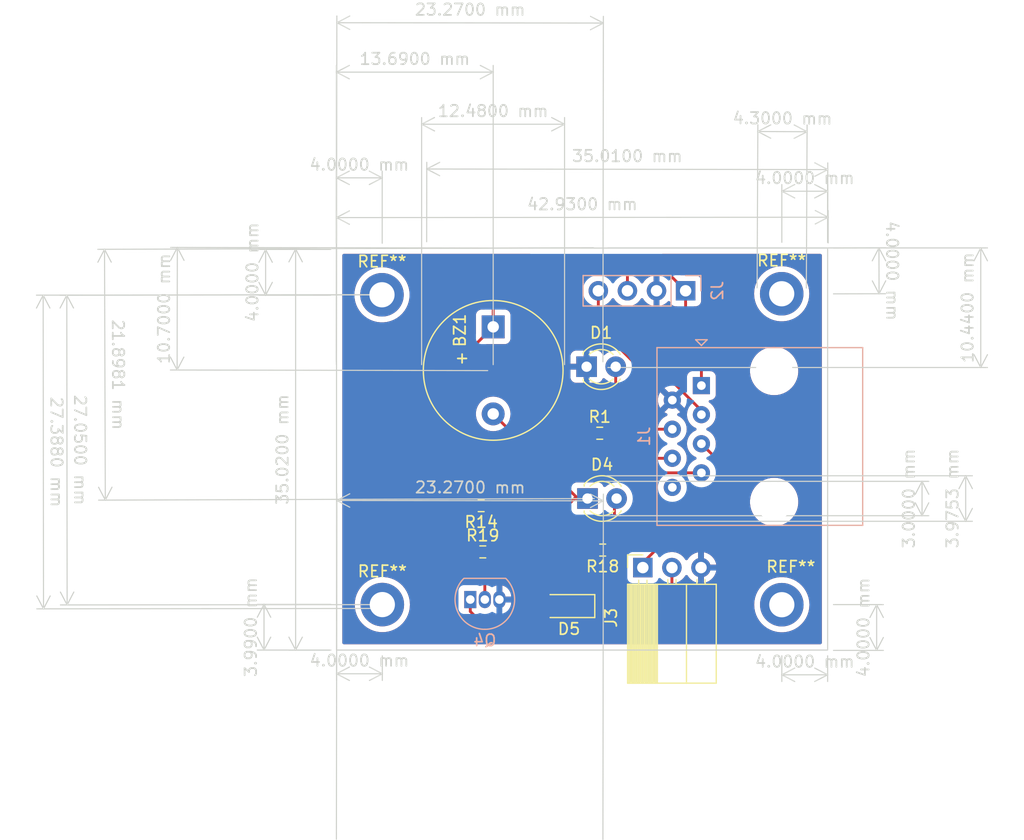
<source format=kicad_pcb>
(kicad_pcb (version 20211014) (generator pcbnew)
  (layers (0 "F.Cu" signal) (31 "B.Cu" signal) (34 "B.Paste" user) (35 "F.Paste" user) (36 "B.SilkS" user "B.Silkscreen") (37 "F.SilkS" user "F.Silkscreen") (38 "B.Mask" user) (39 "F.Mask" user) (44 "Edge.Cuts" user))
  (net 0 "")
  (net 1 "GND")
  (net 2 "+3.3V")
  (net 3 "Net-(BZ1-Pad2)")
  (net 4 "Botones")
  (net 5 "Led_Verde")
  (net 6 "Buzzer")
  (net 8 "Net-(D4-Pad2)")
  (net 9 "Net-(D1-Pad2)")
  (net 10 "SCL")
  (net 11 "SDA")
  (net 12 "Net-(Q4-Pad2)")
  (footprint "Diode_SMD:D_SOD-123" (layer "F.Cu") (at 57.06 66.34 180)
    (fp_text reference "D5" (at 0 -2) (layer "F.SilkS"))
    (fp_text value "1N4148W")
    (fp_line (start -2.25 -1) (end -2.25 1) (layer "F.SilkS") (width 0.12))
    (fp_line (start -2.25 -1) (end 1.65 -1) (layer "F.SilkS") (width 0.12))
    (fp_line (start -2.25 1) (end 1.65 1) (layer "F.SilkS") (width 0.12))
    (pad "1" smd rect (at -1.65 0 180) (size 0.9 1.2) (layers "F.Cu" "F.Paste" "F.Mask") (net 2 "+3.3V"))
    (pad "2" smd rect (at 1.65 0 180) (size 0.9 1.2) (layers "F.Cu" "F.Paste" "F.Mask") (net 3 "Net-(BZ1-Pad2)"))
  )
  (footprint "Resistor_SMD:R_0603_1608Metric_Pad0.98x0.95mm_HandSolder" (layer "F.Cu") (at 49.39 57.57 180)
    (fp_text reference "R14" (at 0 -1.43) (layer "F.SilkS"))
    (fp_text value "1.2k")
    (fp_line (start -0.254724 -0.5225) (end 0.254724 -0.5225) (layer "F.SilkS") (width 0.12))
    (fp_line (start -0.254724 0.5225) (end 0.254724 0.5225) (layer "F.SilkS") (width 0.12))
    (pad "1" smd roundrect (at -0.9125 0 180) (size 0.975 0.95) (layers "F.Cu" "F.Paste" "F.Mask") (net 6 "Buzzer"))
    (pad "2" smd roundrect (at 0.9125 0 180) (size 0.975 0.95) (layers "F.Cu" "F.Paste" "F.Mask") (net 12 "Net-(Q4-Pad2)"))
  )
  (footprint "LIB:Buzzer_12x9.5RM7.6" (layer "F.Cu") (at 50.44 41.96 -90)
    (fp_text reference "BZ1" (at 0.31 2.91 90) (layer "F.SilkS"))
    (fp_text value "Buzzer")
    (fp_text user "+" (at 2.76 2.79 90) (layer "F.SilkS"))
    (fp_circle (center 3.8 0) (end 9.9 0) (layer "F.SilkS") (width 0.12) (fill none))
    (pad "1" thru_hole rect locked (at 0 0 270) (size 2 2) (drill 1) (layers *.Cu *.Mask) (net 2 "+3.3V"))
    (pad "2" thru_hole circle locked (at 7.6 0 270) (size 2 2) (drill 1) (layers *.Cu *.Mask) (net 3 "Net-(BZ1-Pad2)"))
  )
  (footprint "Connector_PinSocket_2.54mm:PinSocket_1x03_P2.54mm_Horizontal" (layer "F.Cu") (at 63.505 62.98 90)
    (fp_text reference "J3" (at -4.38 -2.77 90) (layer "F.SilkS"))
    (fp_text value "Conn_01x03_Female")
    (fp_line (start -10.09 -1.33) (end -1.46 -1.33) (layer "F.SilkS") (width 0.12))
    (fp_line (start -10.09 -0.97381) (end -1.46 -0.97381) (layer "F.SilkS") (width 0.12))
    (fp_line (start -1.46 0.36) (end -1.11 0.36) (layer "F.SilkS") (width 0.12))
    (fp_line (start -10.09 -0.147145) (end -1.46 -0.147145) (layer "F.SilkS") (width 0.12))
    (fp_line (start -1.46 2.9) (end -1.05 2.9) (layer "F.SilkS") (width 0.12))
    (fp_line (start -10.09 -1.33) (end -10.09 6.41) (layer "F.SilkS") (width 0.12))
    (fp_line (start -10.09 0.91571) (end -1.46 0.91571) (layer "F.SilkS") (width 0.12))
    (fp_line (start -10.09 -1.091905) (end -1.46 -1.091905) (layer "F.SilkS") (width 0.12))
    (fp_line (start -10.09 -1.21) (end -1.46 -1.21) (layer "F.SilkS") (width 0.12))
    (fp_line (start -1.46 4.72) (end -1.05 4.72) (layer "F.SilkS") (width 0.12))
    (fp_line (start -10.09 6.41) (end -1.46 6.41) (layer "F.SilkS") (width 0.12))
    (fp_line (start -10.09 1.033805) (end -1.46 1.033805) (layer "F.SilkS") (width 0.12))
    (fp_line (start -10.09 -0.26524) (end -1.46 -0.26524) (layer "F.SilkS") (width 0.12))
    (fp_line (start -10.09 3.81) (end -1.46 3.81) (layer "F.SilkS") (width 0.12))
    (fp_line (start -10.09 1.27) (end -1.46 1.27) (layer "F.SilkS") (width 0.12))
    (fp_line (start -1.46 -0.36) (end -1.11 -0.36) (layer "F.SilkS") (width 0.12))
    (fp_line (start -10.09 0.44333) (end -1.46 0.44333) (layer "F.SilkS") (width 0.12))
    (fp_line (start -10.09 0.561425) (end -1.46 0.561425) (layer "F.SilkS") (width 0.12))
    (fp_line (start -10.09 -0.02905) (end -1.46 -0.02905) (layer "F.SilkS") (width 0.12))
    (fp_line (start -10.09 -0.855715) (end -1.46 -0.855715) (layer "F.SilkS") (width 0.12))
    (fp_line (start -10.09 0.089045) (end -1.46 0.089045) (layer "F.SilkS") (width 0.12))
    (fp_line (start -10.09 -0.619525) (end -1.46 -0.619525) (layer "F.SilkS") (width 0.12))
    (fp_line (start -10.09 -0.50143) (end -1.46 -0.50143) (layer "F.SilkS") (width 0.12))
    (fp_line (start -1.46 2.18) (end -1.05 2.18) (layer "F.SilkS") (width 0.12))
    (fp_line (start -10.09 -0.73762) (end -1.46 -0.73762) (layer "F.SilkS") (width 0.12))
    (fp_line (start -1.46 5.44) (end -1.05 5.44) (layer "F.SilkS") (width 0.12))
    (fp_line (start -10.09 0.20714) (end -1.46 0.20714) (layer "F.SilkS") (width 0.12))
    (fp_line (start 1.11 -1.33) (end 1.11 0) (layer "F.SilkS") (width 0.12))
    (fp_line (start -10.09 0.325235) (end -1.46 0.325235) (layer "F.SilkS") (width 0.12))
    (fp_line (start -10.09 -0.383335) (end -1.46 -0.383335) (layer "F.SilkS") (width 0.12))
    (fp_line (start -10.09 0.67952) (end -1.46 0.67952) (layer "F.SilkS") (width 0.12))
    (fp_line (start 0 -1.33) (end 1.11 -1.33) (layer "F.SilkS") (width 0.12))
    (fp_line (start -10.09 0.797615) (end -1.46 0.797615) (layer "F.SilkS") (width 0.12))
    (fp_line (start -1.46 -1.33) (end -1.46 6.41) (layer "F.SilkS") (width 0.12))
    (fp_line (start -10.09 1.1519) (end -1.46 1.1519) (layer "F.SilkS") (width 0.12))
    (pad "1" thru_hole rect (at 0 0 90) (size 1.7 1.7) (drill 1) (layers *.Cu *.Mask) (net 4 "Botones"))
    (pad "2" thru_hole oval (at 0 2.54 90) (size 1.7 1.7) (drill 1) (layers *.Cu *.Mask) (net 2 "+3.3V"))
    (pad "3" thru_hole oval (at 0 5.08 90) (size 1.7 1.7) (drill 1) (layers *.Cu *.Mask) (net 1 "GND"))
  )
  (footprint "Resistor_SMD:R_0603_1608Metric_Pad0.98x0.95mm_HandSolder" (layer "F.Cu") (at 49.5325 61.61)
    (fp_text reference "R19" (at 0 -1.43) (layer "F.SilkS"))
    (fp_text value "100k")
    (fp_line (start -0.254724 0.5225) (end 0.254724 0.5225) (layer "F.SilkS") (width 0.12))
    (fp_line (start -0.254724 -0.5225) (end 0.254724 -0.5225) (layer "F.SilkS") (width 0.12))
    (pad "1" smd roundrect (at -0.9125 0) (size 0.975 0.95) (layers "F.Cu" "F.Paste" "F.Mask") (net 12 "Net-(Q4-Pad2)"))
    (pad "2" smd roundrect (at 0.9125 0) (size 0.975 0.95) (layers "F.Cu" "F.Paste" "F.Mask") (net 1 "GND"))
  )
  (footprint "MountingHole:MountingHole_2.2mm_M2_ISO14580_Pad" (layer "F.Cu") (at 40.76 66.21)
    (fp_text reference "REF**" (at 0 -2.9) (layer "F.SilkS"))
    (fp_text value "MountingHole_2.2mm_M2_ISO14580_Pad")
    (pad "1" thru_hole circle (at 0 0) (size 3.8 3.8) (drill 2.2) (layers *.Cu *.Mask))
  )
  (footprint "Resistor_SMD:R_0603_1608Metric_Pad0.98x0.95mm_HandSolder" (layer "F.Cu") (at 60 61.45 180)
    (fp_text reference "R18" (at 0 -1.43) (layer "F.SilkS"))
    (fp_text value "1.8k")
    (fp_line (start -0.254724 -0.5225) (end 0.254724 -0.5225) (layer "F.SilkS") (width 0.12))
    (fp_line (start -0.254724 0.5225) (end 0.254724 0.5225) (layer "F.SilkS") (width 0.12))
    (pad "1" smd roundrect (at -0.9125 0 180) (size 0.975 0.95) (layers "F.Cu" "F.Paste" "F.Mask") (net 8 "Net-(D4-Pad2)"))
    (pad "2" smd roundrect (at 0.9125 0 180) (size 0.975 0.95) (layers "F.Cu" "F.Paste" "F.Mask") (net 2 "+3.3V"))
  )
  (footprint "MountingHole:MountingHole_2.2mm_M2_ISO14580_Pad" (layer "F.Cu") (at 40.73 39.16)
    (fp_text reference "REF**" (at 0 -2.9) (layer "F.SilkS"))
    (fp_text value "MountingHole_2.2mm_M2_ISO14580_Pad")
    (pad "1" thru_hole circle (at 0 0) (size 3.8 3.8) (drill 2.2) (layers *.Cu *.Mask))
  )
  (footprint "Resistor_SMD:R_0603_1608Metric_Pad0.98x0.95mm_HandSolder" (layer "F.Cu") (at 59.7425 51.25)
    (fp_text reference "R1" (at 0 -1.43) (layer "F.SilkS"))
    (fp_text value "R")
    (fp_line (start -0.254724 0.5225) (end 0.254724 0.5225) (layer "F.SilkS") (width 0.12))
    (fp_line (start -0.254724 -0.5225) (end 0.254724 -0.5225) (layer "F.SilkS") (width 0.12))
    (pad "1" smd roundrect (at -0.9125 0) (size 0.975 0.95) (layers "F.Cu" "F.Paste" "F.Mask") (net 5 "Led_Verde"))
    (pad "2" smd roundrect (at 0.9125 0) (size 0.975 0.95) (layers "F.Cu" "F.Paste" "F.Mask") (net 9 "Net-(D1-Pad2)"))
  )
  (footprint "LED_THT:LED_D3.0mm" (layer "F.Cu") (at 58.595 45.44)
    (fp_text reference "D1" (at 1.27 -2.96) (layer "F.SilkS"))
    (fp_text value "LED")
    (fp_line (start -0.29 1.08) (end -0.29 1.236) (layer "F.SilkS") (width 0.12))
    (fp_line (start -0.29 -1.236) (end -0.29 -1.08) (layer "F.SilkS") (width 0.12))
    (fp_arc (start 0.229039 -1.08) (mid 1.270117 -1.5) (end 2.31113 -1.079837) (layer "F.SilkS") (width 0.12))
    (fp_arc (start -0.29 -1.235516) (mid 1.366487 -1.987659) (end 2.942335 -1.078608) (layer "F.SilkS") (width 0.12))
    (fp_arc (start 2.942335 1.078608) (mid 1.366487 1.987659) (end -0.29 1.235516) (layer "F.SilkS") (width 0.12))
    (fp_arc (start 2.31113 1.079837) (mid 1.270117 1.5) (end 0.229039 1.08) (layer "F.SilkS") (width 0.12))
    (pad "1" thru_hole rect (at 0 0) (size 1.8 1.8) (drill 0.9) (layers *.Cu *.Mask) (net 1 "GND"))
    (pad "2" thru_hole circle (at 2.54 0) (size 1.8 1.8) (drill 0.9) (layers *.Cu *.Mask) (net 9 "Net-(D1-Pad2)"))
  )
  (footprint "MountingHole:MountingHole_2.2mm_M2_ISO14580_Pad" (layer "F.Cu") (at 75.63 39.07)
    (fp_text reference "REF**" (at 0 -2.9) (layer "F.SilkS"))
    (fp_text value "MountingHole_2.2mm_M2_ISO14580_Pad")
    (pad "1" thru_hole circle (at 0 0) (size 3.8 3.8) (drill 2.2) (layers *.Cu *.Mask))
  )
  (footprint "LED_THT:LED_D3.0mm" (layer "F.Cu") (at 58.674 56.95)
    (fp_text reference "D4" (at 1.27 -2.96) (layer "F.SilkS"))
    (fp_text value "LED")
    (fp_line (start -0.29 -1.236) (end -0.29 -1.08) (layer "F.SilkS") (width 0.12))
    (fp_line (start -0.29 1.08) (end -0.29 1.236) (layer "F.SilkS") (width 0.12))
    (fp_arc (start 2.942335 1.078608) (mid 1.366487 1.987659) (end -0.29 1.235516) (layer "F.SilkS") (width 0.12))
    (fp_arc (start 2.31113 1.079837) (mid 1.270117 1.5) (end 0.229039 1.08) (layer "F.SilkS") (width 0.12))
    (fp_arc (start 0.229039 -1.08) (mid 1.270117 -1.5) (end 2.31113 -1.079837) (layer "F.SilkS") (width 0.12))
    (fp_arc (start -0.29 -1.235516) (mid 1.366487 -1.987659) (end 2.942335 -1.078608) (layer "F.SilkS") (width 0.12))
    (pad "1" thru_hole rect (at 0 0) (size 1.8 1.8) (drill 0.9) (layers *.Cu *.Mask) (net 3 "Net-(BZ1-Pad2)"))
    (pad "2" thru_hole circle (at 2.54 0) (size 1.8 1.8) (drill 0.9) (layers *.Cu *.Mask) (net 8 "Net-(D4-Pad2)"))
  )
  (footprint "MountingHole:MountingHole_2.2mm_M2_ISO14580_Pad" (layer "F.Cu") (at 75.64 66.22)
    (fp_text reference "REF**" (at 0.79 -3.31) (layer "F.SilkS"))
    (fp_text value "MountingHole_2.2mm_M2_ISO14580_Pad")
    (pad "1" thru_hole circle (at 0 0) (size 3.8 3.8) (drill 2.2) (layers *.Cu *.Mask))
  )
  (footprint "Connector_RJ:RJ45_Amphenol_54602-x08_Horizontal" (layer "B.Cu") (at 68.62 47.0875 -90)
    (fp_text reference "J1" (at 4.445 5 90) (layer "B.SilkS") (effects (justify mirror)))
    (fp_text value "RJ45")
    (fp_line (start -3.315 3.88) (end -3.315 -14.08) (layer "B.SilkS") (width 0.12))
    (fp_line (start 12.205 3.88) (end -3.315 3.88) (layer "B.SilkS") (width 0.12))
    (fp_line (start -3.315 -14.08) (end 12.205 -14.08) (layer "B.SilkS") (width 0.12))
    (fp_line (start -4 -0.5) (end -3.5 0) (layer "B.SilkS") (width 0.12))
    (fp_line (start -4 0.5) (end -4 -0.5) (layer "B.SilkS") (width 0.12))
    (fp_line (start 12.205 3.88) (end 12.205 -14.08) (layer "B.SilkS") (width 0.12))
    (fp_line (start -3.5 0) (end -4 0.5) (layer "B.SilkS") (width 0.12))
    (pad "" np_thru_hole circle (at -1.27 -6.35 270) (size 3.2 3.2) (drill 3.2) (layers *.Cu *.Mask))
    (pad "" np_thru_hole circle (at 10.16 -6.35 270) (size 3.2 3.2) (drill 3.2) (layers *.Cu *.Mask))
    (pad "1" thru_hole rect (at 0 0 270) (size 1.5 1.5) (drill 0.76) (layers *.Cu *.Mask) (net 2 "+3.3V"))
    (pad "2" thru_hole circle (at 1.27 2.54 270) (size 1.5 1.5) (drill 0.76) (layers *.Cu *.Mask) (net 1 "GND"))
    (pad "3" thru_hole circle (at 2.54 0 270) (size 1.5 1.5) (drill 0.76) (layers *.Cu *.Mask) (net 11 "SDA"))
    (pad "4" thru_hole circle (at 3.81 2.54 270) (size 1.5 1.5) (drill 0.76) (layers *.Cu *.Mask) (net 10 "SCL"))
    (pad "5" thru_hole circle (at 5.08 0 270) (size 1.5 1.5) (drill 0.76) (layers *.Cu *.Mask) (net 4 "Botones"))
    (pad "6" thru_hole circle (at 6.35 2.54 270) (size 1.5 1.5) (drill 0.76) (layers *.Cu *.Mask) (net 5 "Led_Verde"))
    (pad "7" thru_hole circle (at 7.62 0 270) (size 1.5 1.5) (drill 0.76) (layers *.Cu *.Mask) (net 6 "Buzzer"))
    (pad "8" thru_hole circle (at 8.89 2.54 270) (size 1.5 1.5) (drill 0.76) (layers *.Cu *.Mask))
  )
  (footprint "Package_TO_SOT_THT:TO-92_Inline" (layer "B.Cu") (at 48.44 65.77)
    (fp_text reference "Q4" (at 1.27 3.56) (layer "B.SilkS") (effects (justify mirror)))
    (fp_text value "BC548")
    (fp_line (start -0.53 -1.85) (end 3.07 -1.85) (layer "B.SilkS") (width 0.12))
    (fp_arc (start 3.108478 -1.838478) (mid 3.672087 0.994977) (end 1.27 2.6) (layer "B.SilkS") (width 0.12))
    (fp_arc (start 1.27 2.6) (mid -1.132087 0.994977) (end -0.568478 -1.838478) (layer "B.SilkS") (width 0.12))
    (pad "1" thru_hole rect (at 0 0) (size 1.05 1.5) (drill 0.75) (layers *.Cu *.Mask) (net 3 "Net-(BZ1-Pad2)"))
    (pad "2" thru_hole oval (at 1.27 0) (size 1.05 1.5) (drill 0.75) (layers *.Cu *.Mask) (net 12 "Net-(Q4-Pad2)"))
    (pad "3" thru_hole oval (at 2.54 0) (size 1.05 1.5) (drill 0.75) (layers *.Cu *.Mask) (net 1 "GND"))
  )
  (footprint "Connector_PinSocket_2.54mm:PinSocket_1x04_P2.54mm_Vertical" (layer "B.Cu") (at 67.24 38.81 90)
    (fp_text reference "J2" (at 0 2.77 90) (layer "B.SilkS") (effects (justify mirror)))
    (fp_text value "Conn_01x04_Female")
    (fp_line (start -1.33 -1.27) (end 1.33 -1.27) (layer "B.SilkS") (width 0.12))
    (fp_line (start 1.33 1.33) (end 1.33 0) (layer "B.SilkS") (width 0.12))
    (fp_line (start 1.33 -1.27) (end 1.33 -8.95) (layer "B.SilkS") (width 0.12))
    (fp_line (start -1.33 -1.27) (end -1.33 -8.95) (layer "B.SilkS") (width 0.12))
    (fp_line (start -1.33 -8.95) (end 1.33 -8.95) (layer "B.SilkS") (width 0.12))
    (fp_line (start 0 1.33) (end 1.33 1.33) (layer "B.SilkS") (width 0.12))
    (pad "1" thru_hole rect (at 0 0 90) (size 1.7 1.7) (drill 1) (layers *.Cu *.Mask) (net 2 "+3.3V"))
    (pad "2" thru_hole oval (at 0 -2.54 90) (size 1.7 1.7) (drill 1) (layers *.Cu *.Mask) (net 1 "GND"))
    (pad "3" thru_hole oval (at 0 -5.08 90) (size 1.7 1.7) (drill 1) (layers *.Cu *.Mask) (net 10 "SCL"))
    (pad "4" thru_hole oval (at 0 -7.62 90) (size 1.7 1.7) (drill 1) (layers *.Cu *.Mask) (net 11 "SDA"))
  )
  (gr_rect (start 36.76 35.08) (end 79.64 70.18) (layer "Edge.Cuts") (width 0.1) (fill none))
  (dimension (type aligned) (layer "Edge.Cuts") (pts (xy 40.73 39.16) (xy 40.76 66.548)) (height 29.582591) (gr_text "27,3880 mm" (at 12.312426 52.885144 270.0627601) (layer "Edge.Cuts") (effects (font (size 1 1) (thickness 0.15)))) (format (units 3) (units_format 1) (precision 4)) (style (thickness 0.1) (arrow_length 1.27) (text_position_mode 0) (extension_height 0.58642) (extension_offset 0.5) keep_text_aligned))
  (dimension (type aligned) (layer "Edge.Cuts") (pts (xy 36.76 70.18) (xy 36.76 66.19)) (height -6.33) (gr_text "3,9900 mm" (at 29.28 68.185 90) (layer "Edge.Cuts") (effects (font (size 1 1) (thickness 0.15)))) (format (units 3) (units_format 1) (precision 4)) (style (thickness 0.1) (arrow_length 1.27) (text_position_mode 0) (extension_height 0.58642) (extension_offset 0.5) keep_text_aligned))
  (dimension (type aligned) (layer "Edge.Cuts") (pts (xy 79.64 70.18) (xy 75.64 70.18)) (height -2.16) (gr_text "4,0000 mm" (at 77.64 71.19) (layer "Edge.Cuts") (effects (font (size 1 1) (thickness 0.15)))) (format (units 3) (units_format 1) (precision 4)) (style (thickness 0.1) (arrow_length 1.27) (text_position_mode 0) (extension_height 0.58642) (extension_offset 0.5) keep_text_aligned))
  (dimension (type aligned) (layer "Edge.Cuts") (pts (xy 50.46 45.78) (xy 50.48 35.08)) (height -27.617148) (gr_text "10,7000 mm" (at 21.702902 40.376229 89.89290521) (layer "Edge.Cuts") (effects (font (size 1 1) (thickness 0.15)))) (format (units 3) (units_format 1) (precision 4)) (style (thickness 0.1) (arrow_length 1.27) (text_position_mode 0) (extension_height 0.58642) (extension_offset 0.5) keep_text_aligned))
  (dimension (type aligned) (layer "Edge.Cuts") (pts (xy 59.95 45.51) (xy 59.95 35.07)) (height 33.06) (gr_text "10,4400 mm" (at 91.86 40.29 90) (layer "Edge.Cuts") (effects (font (size 1 1) (thickness 0.15)))) (format (units 3) (units_format 1) (precision 4)) (style (thickness 0.1) (arrow_length 1.27) (text_position_mode 0) (extension_height 0.58642) (extension_offset 0.5) keep_text_aligned))
  (dimension (type aligned) (layer "Edge.Cuts") (pts (xy 36.75 35.2) (xy 36.75 39.2)) (height 6.18) (gr_text "4,0000 mm" (at 29.42 37.2 90) (layer "Edge.Cuts") (effects (font (size 1 1) (thickness 0.15)))) (format (units 3) (units_format 1) (precision 4)) (style (thickness 0.1) (arrow_length 1.27) (text_position_mode 0) (extension_height 0.58642) (extension_offset 0.5) keep_text_aligned))
  (dimension (type aligned) (layer "Edge.Cuts") (pts (xy 40.76 66.21) (xy 40.73 39.16)) (height -27.520525) (gr_text "27,0500 mm" (at 14.374491 52.714247 -89.93645572) (layer "Edge.Cuts") (effects (font (size 1 1) (thickness 0.15)))) (format (units 3) (units_format 1) (precision 4)) (style (thickness 0.1) (arrow_length 1.27) (text_position_mode 0) (extension_height 0.58642) (extension_offset 0.5) keep_text_aligned))
  (dimension (type aligned) (layer "Edge.Cuts") (pts (xy 36.75 35.16) (xy 40.75 35.16)) (height -6.21) (gr_text "4,0000 mm" (at 38.75 27.8) (layer "Edge.Cuts") (effects (font (size 1 1) (thickness 0.15)))) (format (units 3) (units_format 1) (precision 4)) (style (thickness 0.1) (arrow_length 1.27) (text_position_mode 0) (extension_height 0.58642) (extension_offset 0.5) keep_text_aligned))
  (dimension (type aligned) (layer "Edge.Cuts") (pts (xy 77.78 39.07) (xy 73.48 39.05)) (height 14.147102) (gr_text "4,3000 mm" (at 75.701149 23.763063 -0.2664900761) (layer "Edge.Cuts") (effects (font (size 1 1) (thickness 0.15)))) (format (units 3) (units_format 1) (precision 4)) (style (thickness 0.1) (arrow_length 1.27) (text_position_mode 0) (extension_height 0.58642) (extension_offset 0.5) keep_text_aligned))
  (dimension (type aligned) (layer "Edge.Cuts") (pts (xy 36.76 35.16) (xy 79.69 35.13)) (height -2.740034) (gr_text "42,9300 mm" (at 58.222281 31.254967 0.04003897288) (layer "Edge.Cuts") (effects (font (size 1 1) (thickness 0.15)))) (format (units 3) (units_format 1) (precision 4)) (style (thickness 0.1) (arrow_length 1.27) (text_position_mode 0) (extension_height 0.58642) (extension_offset 0.5) keep_text_aligned))
  (dimension (type aligned) (layer "Edge.Cuts") (pts (xy 36.76 35.16) (xy 36.76 70.18)) (height 3.57) (gr_text "35,0200 mm" (at 32.04 52.67 90) (layer "Edge.Cuts") (effects (font (size 1 1) (thickness 0.15)))) (format (units 3) (units_format 1) (precision 4)) (style (thickness 0.1) (arrow_length 1.27) (text_position_mode 0) (extension_height 0.58642) (extension_offset 0.5) keep_text_aligned))
  (dimension (type aligned) (layer "Edge.Cuts") (pts (xy 44.19 45.76) (xy 56.67 45.76)) (height -21.49) (gr_text "12,4800 mm" (at 50.43 23.12) (layer "Edge.Cuts") (effects (font (size 1 1) (thickness 0.15)))) (format (units 3) (units_format 1) (precision 4)) (style (thickness 0.1) (arrow_length 1.27) (text_position_mode 0) (extension_height 0.58642) (extension_offset 0.5) keep_text_aligned))
  (dimension (type aligned) (layer "Edge.Cuts") (pts (xy 59.755117 58.45) (xy 59.755117 55.45)) (height 28.128883) (gr_text "3,0000 mm" (at 86.734 56.95 90) (layer "Edge.Cuts") (effects (font (size 1 1) (thickness 0.15)))) (format (units 3) (units_format 1) (precision 4)) (style (thickness 0.1) (arrow_length 1.27) (text_position_mode 0) (extension_height 0.58642) (extension_offset 0.5) keep_text_aligned))
  (dimension (type aligned) (layer "Edge.Cuts") (pts (xy 79.64 35.08) (xy 44.63 35.03)) (height 6.851521) (gr_text "35,0100 mm" (at 62.146427 27.053487 -0.0818276786) (layer "Edge.Cuts") (effects (font (size 1 1) (thickness 0.15)))) (format (units 3) (units_format 1) (precision 4)) (style (thickness 0.1) (arrow_length 1.27) (text_position_mode 0) (extension_height 0.58642) (extension_offset 0.5) keep_text_aligned))
  (dimension (type aligned) (layer "Edge.Cuts") (pts (xy 79.65 70.21) (xy 79.65 66.21)) (height 4.27) (gr_text "4,0000 mm" (at 82.77 68.21 90) (layer "Edge.Cuts") (effects (font (size 1 1) (thickness 0.15)))) (format (units 3) (units_format 1) (precision 4)) (style (thickness 0.1) (arrow_length 1.27) (text_position_mode 0) (extension_height 0.58642) (extension_offset 0.5) keep_text_aligned))
  (dimension (type aligned) (layer "Edge.Cuts") (pts (xy 59.76 56.95) (xy 59.69 35.052)) (height -43.186274) (gr_text "21,8981 mm" (at 17.688941 46.135374 -89.8168467) (layer "Edge.Cuts") (effects (font (size 1 1) (thickness 0.15)))) (format (units 3) (units_format 1) (precision 4)) (style (thickness 0.1) (arrow_length 1.27) (text_position_mode 0) (extension_height 0.58642) (extension_offset 0.5) keep_text_aligned))
  (dimension (type aligned) (layer "Edge.Cuts") (pts (xy 59.851487 54.962341) (xy 59.851487 58.937659)) (height -31.842513) (gr_text "3,9753 mm" (at 90.544 56.95 90) (layer "Edge.Cuts") (effects (font (size 1 1) (thickness 0.15)))) (format (units 3) (units_format 1) (precision 4)) (style (thickness 0.1) (arrow_length 1.27) (text_position_mode 0) (extension_height 0.58642) (extension_offset 0.5) keep_text_aligned))
  (dimension (type aligned) (layer "Edge.Cuts") (pts (xy 79.64 35.08) (xy 79.65 39.08)) (height -4.48091) (gr_text "4,0000 mm" (at 85.275892 37.065923 270.1432392) (layer "Edge.Cuts") (effects (font (size 1 1) (thickness 0.15)))) (format (units 3) (units_format 1) (precision 4)) (style (thickness 0.1) (arrow_length 1.27) (text_position_mode 0) (extension_height 0.58642) (extension_offset 0.5) keep_text_aligned))
  (dimension (type aligned) (layer "Edge.Cuts") (pts (xy 60.02 87.224732) (xy 36.75 87.194732)) (height 30.074757) (gr_text "23,2700 mm" (at 48.425256 55.985001 -0.07386645608) (layer "Edge.Cuts") (effects (font (size 1 1) (thickness 0.15)))) (format (units 3) (units_format 1) (precision 4)) (style (thickness 0.1) (arrow_length 1.27) (text_position_mode 0) (extension_height 0.58642) (extension_offset 0.5) keep_text_aligned))
  (dimension (type aligned) (layer "Edge.Cuts") (pts (xy 36.76 70.18) (xy 40.76 70.18)) (height 2.07) (gr_text "4,0000 mm" (at 38.76 71.1) (layer "Edge.Cuts") (effects (font (size 1 1) (thickness 0.15)))) (format (units 3) (units_format 1) (precision 4)) (style (thickness 0.1) (arrow_length 1.27) (text_position_mode 0) (extension_height 0.58642) (extension_offset 0.5) keep_text_aligned))
  (dimension (type aligned) (layer "Edge.Cuts") (pts (xy 60.02 45.51) (xy 36.75 45.48)) (height 30.074757) (gr_text "23,2700 mm" (at 48.425256 14.270269 -0.07386645608) (layer "Edge.Cuts") (effects (font (size 1 1) (thickness 0.15)))) (format (units 3) (units_format 1) (precision 4)) (style (thickness 0.1) (arrow_length 1.27) (text_position_mode 0) (extension_height 0.58642) (extension_offset 0.5) keep_text_aligned))
  (dimension (type aligned) (layer "Edge.Cuts") (pts (xy 50.44 45.76) (xy 36.75 45.76)) (height 26.04) (gr_text "13,6900 mm" (at 43.595 18.57) (layer "Edge.Cuts") (effects (font (size 1 1) (thickness 0.15)))) (format (units 3) (units_format 1) (precision 4)) (style (thickness 0.1) (arrow_length 1.27) (text_position_mode 0) (extension_height 0.58642) (extension_offset 0.5) keep_text_aligned))
  (dimension (type aligned) (layer "Edge.Cuts") (pts (xy 79.64 35.08) (xy 75.64 35.08)) (height 4.96) (gr_text "4,0000 mm" (at 77.64 28.97) (layer "Edge.Cuts") (effects (font (size 1 1) (thickness 0.15)))) (format (units 3) (units_format 1) (precision 4)) (style (thickness 0.1) (arrow_length 1.27) (text_position_mode 0) (extension_height 0.58642) (extension_offset 0.5) keep_text_aligned))
  (segment (start 46.98 45.42) (end 50.44 41.96) (width 0.25) (layer "F.Cu") (net 2))
  (segment (start 67.24 38.81) (end 67.24 44.17) (width 0.25) (layer "F.Cu") (net 2))
  (segment (start 65.1 66.34) (end 66.045 65.395) (width 0.25) (layer "F.Cu") (net 2))
  (segment (start 54.53 35.91) (end 64.34 35.91) (width 0.25) (layer "F.Cu") (net 2))
  (segment (start 46.98 67.2) (end 46.98 45.42) (width 0.25) (layer "F.Cu") (net 2))
  (segment (start 64.34 35.91) (end 67.24 38.81) (width 0.25) (layer "F.Cu") (net 2))
  (segment (start 58.71 61.8275) (end 58.71 66.34) (width 0.25) (layer "F.Cu") (net 2))
  (segment (start 50.44 40) (end 54.53 35.91) (width 0.25) (layer "F.Cu") (net 2))
  (segment (start 58.71 66.34) (end 65.1 66.34) (width 0.25) (layer "F.Cu") (net 2))
  (segment (start 56.63 68.42) (end 48.2 68.42) (width 0.25) (layer "F.Cu") (net 2))
  (segment (start 68.62 45.55) (end 68.62 47.0875) (width 0.25) (layer "F.Cu") (net 2))
  (segment (start 66.045 65.395) (end 66.045 62.98) (width 0.25) (layer "F.Cu") (net 2))
  (segment (start 48.2 68.42) (end 46.98 67.2) (width 0.25) (layer "F.Cu") (net 2))
  (segment (start 58.71 66.34) (end 56.63 68.42) (width 0.25) (layer "F.Cu") (net 2))
  (segment (start 67.24 44.17) (end 68.62 45.55) (width 0.25) (layer "F.Cu") (net 2))
  (segment (start 59.0875 61.45) (end 58.71 61.8275) (width 0.25) (layer "F.Cu") (net 2))
  (segment (start 50.44 41.96) (end 50.44 40) (width 0.25) (layer "F.Cu") (net 2))
  (segment (start 54.3 67.45) (end 49.08 67.45) (width 0.25) (layer "F.Cu") (net 3))
  (segment (start 54.79 66.34) (end 55.41 66.34) (width 0.25) (layer "F.Cu") (net 3))
  (segment (start 58.485 56.95) (end 57.54 56.95) (width 0.25) (layer "F.Cu") (net 3))
  (segment (start 54.31 65.86) (end 54.79 66.34) (width 0.25) (layer "F.Cu") (net 3))
  (segment (start 48.44 66.81) (end 48.44 65.77) (width 0.25) (layer "F.Cu") (net 3))
  (segment (start 50.44 49.56) (end 57.83 56.95) (width 0.25) (layer "F.Cu") (net 3))
  (segment (start 49.08 67.45) (end 48.44 66.81) (width 0.25) (layer "F.Cu") (net 3))
  (segment (start 54.31 60.18) (end 54.31 65.86) (width 0.25) (layer "F.Cu") (net 3))
  (segment (start 57.54 56.95) (end 54.31 60.18) (width 0.25) (layer "F.Cu") (net 3))
  (segment (start 55.41 66.34) (end 54.3 67.45) (width 0.25) (layer "F.Cu") (net 3))
  (segment (start 57.83 56.95) (end 58.485 56.95) (width 0.25) (layer "F.Cu") (net 3))
  (segment (start 63.505 62.565) (end 70.34 55.73) (width 0.25) (layer "F.Cu") (net 4))
  (segment (start 63.505 62.98) (end 63.505 62.565) (width 0.25) (layer "F.Cu") (net 4))
  (segment (start 70.34 53.8875) (end 68.62 52.1675) (width 0.25) (layer "F.Cu") (net 4))
  (segment (start 70.34 55.73) (end 70.34 53.8875) (width 0.25) (layer "F.Cu") (net 4))
  (segment (start 66.08 53.4375) (end 61.0175 53.4375) (width 0.25) (layer "F.Cu") (net 5))
  (segment (start 61.0175 53.4375) (end 58.83 51.25) (width 0.25) (layer "F.Cu") (net 5))
  (segment (start 47.71 47.45) (end 48.46 46.7) (width 0.25) (layer "F.Cu") (net 6))
  (segment (start 50.3025 57.57) (end 50.3025 54.7025) (width 0.25) (layer "F.Cu") (net 6))
  (segment (start 60.1275 54.7075) (end 68.62 54.7075) (width 0.25) (layer "F.Cu") (net 6))
  (segment (start 50.3025 54.7025) (end 47.71 52.11) (width 0.25) (layer "F.Cu") (net 6))
  (segment (start 52.12 46.7) (end 60.1275 54.7075) (width 0.25) (layer "F.Cu") (net 6))
  (segment (start 47.71 52.11) (end 47.71 47.45) (width 0.25) (layer "F.Cu") (net 6))
  (segment (start 48.46 46.7) (end 52.12 46.7) (width 0.25) (layer "F.Cu") (net 6))
  (segment (start 60.9125 61.45) (end 61.025 61.3375) (width 0.25) (layer "F.Cu") (net 8))
  (segment (start 61.025 61.3375) (end 61.025 56.95) (width 0.25) (layer "F.Cu") (net 8))
  (segment (start 61.135 50.77) (end 61.135 45.44) (width 0.25) (layer "F.Cu") (net 9))
  (segment (start 60.655 51.25) (end 61.135 50.77) (width 0.25) (layer "F.Cu") (net 9))
  (segment (start 62.16 37.38) (end 61.47 36.69) (width 0.25) (layer "F.Cu") (net 10))
  (segment (start 63.8 46.15) (end 63.8 50.44) (width 0.25) (layer "F.Cu") (net 10))
  (segment (start 63.8 50.44) (end 64.2575 50.8975) (width 0.25) (layer "F.Cu") (net 10))
  (segment (start 58.78 36.69) (end 57.9 37.57) (width 0.25) (layer "F.Cu") (net 10))
  (segment (start 64.2575 50.8975) (end 66.08 50.8975) (width 0.25) (layer "F.Cu") (net 10))
  (segment (start 57.9 37.57) (end 57.9 40.25) (width 0.25) (layer "F.Cu") (net 10))
  (segment (start 62.16 38.81) (end 62.16 37.38) (width 0.25) (layer "F.Cu") (net 10))
  (segment (start 61.47 36.69) (end 58.78 36.69) (width 0.25) (layer "F.Cu") (net 10))
  (segment (start 57.9 40.25) (end 63.8 46.15) (width 0.25) (layer "F.Cu") (net 10))
  (segment (start 68.62 49.27) (end 68.62 49.6275) (width 0.25) (layer "F.Cu") (net 11))
  (segment (start 59.62 40.27) (end 68.62 49.27) (width 0.25) (layer "F.Cu") (net 11))
  (segment (start 59.62 38.81) (end 59.62 40.27) (width 0.25) (layer "F.Cu") (net 11))
  (segment (start 48.4775 57.57) (end 48.62 57.7125) (width 0.25) (layer "F.Cu") (net 12))
  (segment (start 48.62 62.49) (end 48.62 61.61) (width 0.25) (layer "F.Cu") (net 12))
  (segment (start 48.62 57.7125) (end 48.62 61.61) (width 0.25) (layer "F.Cu") (net 12))
  (segment (start 49.71 65.77) (end 49.71 63.58) (width 0.25) (layer "F.Cu") (net 12))
  (segment (start 49.71 63.58) (end 48.62 62.49) (width 0.25) (layer "F.Cu") (net 12))
  (zone (net 1) (net_name "GND") (layers F&B.Cu) (connect_pads (clearance 0.508)) (min_thickness 0.254) (fill yes (thermal_gap 0.508) (thermal_bridge_width 0.508))
    (polygon (pts (xy 36.19 33.89) (xy 81.25 34.05) (xy 81.28 73.66) (xy 35.57 74.55) (xy 35.63 33.77)))
  )
)
</source>
